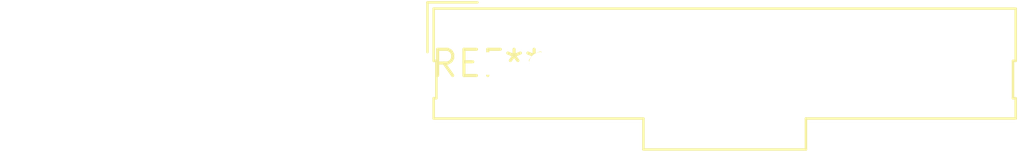
<source format=kicad_pcb>
(kicad_pcb (version 20240108) (generator pcbnew)
  (layers (0 "F.Cu" signal) (31 "B.Cu" signal) (34 "B.Paste" user) (35 "F.Paste" user) (36 "B.SilkS" user "B.Silkscreen") (37 "F.SilkS" user "F.Silkscreen") (38 "B.Mask" user) (39 "F.Mask" user) (44 "Edge.Cuts" user))
  (net 0 "")
  (footprint "Molex_SL_171971-0010_1x10_P2.54mm_Vertical" (layer "F.Cu") (at 0 0)
    (property "Reference" "REF**")
    (property "Value" "Molex_SL_171971-0010_1x10_P2.54mm_Vertical")
    (fp_line (start -2.91 -2.96) (end -0.5 -2.96) (layer "F.SilkS") (stroke (width 0.12)))
    (fp_line (start -2.91 -0.55) (end -2.91 -2.96) (layer "F.SilkS") (stroke (width 0.12)))
    (fp_line (start -2.61 -2.66) (end -2.61 -0.13) (layer "F.SilkS") (stroke (width 0.12)))
    (fp_line (start -2.61 -0.13) (end -2.48 -0.13) (layer "F.SilkS") (stroke (width 0.12)))
    (fp_line (start -2.61 1.68) (end -2.61 2.66) (layer "F.SilkS") (stroke (width 0.12)))
    (fp_line (start -2.61 2.66) (end 7.51 2.66) (layer "F.SilkS") (stroke (width 0.12)))
    (fp_line (start -2.48 -0.13) (end -2.48 1.68) (layer "F.SilkS") (stroke (width 0.12)))
    (fp_line (start -2.48 1.68) (end -2.61 1.68) (layer "F.SilkS") (stroke (width 0.12)))
    (fp_line (start 7.51 2.66) (end 7.51 4.16) (layer "F.SilkS") (stroke (width 0.12)))
    (fp_line (start 7.51 4.16) (end 15.35 4.16) (layer "F.SilkS") (stroke (width 0.12)))
    (fp_line (start 15.35 2.66) (end 25.47 2.66) (layer "F.SilkS") (stroke (width 0.12)))
    (fp_line (start 15.35 4.16) (end 15.35 2.66) (layer "F.SilkS") (stroke (width 0.12)))
    (fp_line (start 25.34 -0.13) (end 25.47 -0.13) (layer "F.SilkS") (stroke (width 0.12)))
    (fp_line (start 25.34 1.68) (end 25.34 -0.13) (layer "F.SilkS") (stroke (width 0.12)))
    (fp_line (start 25.47 -2.66) (end -2.61 -2.66) (layer "F.SilkS") (stroke (width 0.12)))
    (fp_line (start 25.47 -0.13) (end 25.47 -2.66) (layer "F.SilkS") (stroke (width 0.12)))
    (fp_line (start 25.47 1.68) (end 25.34 1.68) (layer "F.SilkS") (stroke (width 0.12)))
    (fp_line (start 25.47 2.66) (end 25.47 1.68) (layer "F.SilkS") (stroke (width 0.12)))
    (pad "1" thru_hole roundrect (at 0 0) (size 1.74 1.74) (drill 1.09) (layers *.Cu *.Mask) (remove_unused_layers) (roundrect_rratio 0.143678))
    (pad "2" thru_hole circle (at 2.54 0) (size 1.74 1.74) (drill 1.09) (layers *.Cu *.Mask) (remove_unused_layers))
    (pad "3" thru_hole circle (at 5.08 0) (size 1.74 1.74) (drill 1.09) (layers *.Cu *.Mask) (remove_unused_layers))
    (pad "4" thru_hole circle (at 7.62 0) (size 1.74 1.74) (drill 1.09) (layers *.Cu *.Mask) (remove_unused_layers))
    (pad "5" thru_hole circle (at 10.16 0) (size 1.74 1.74) (drill 1.09) (layers *.Cu *.Mask) (remove_unused_layers))
    (pad "6" thru_hole circle (at 12.7 0) (size 1.74 1.74) (drill 1.09) (layers *.Cu *.Mask) (remove_unused_layers))
    (pad "7" thru_hole circle (at 15.24 0) (size 1.74 1.74) (drill 1.09) (layers *.Cu *.Mask) (remove_unused_layers))
    (pad "8" thru_hole circle (at 17.78 0) (size 1.74 1.74) (drill 1.09) (layers *.Cu *.Mask) (remove_unused_layers))
    (pad "9" thru_hole circle (at 20.32 0) (size 1.74 1.74) (drill 1.09) (layers *.Cu *.Mask) (remove_unused_layers))
    (pad "10" thru_hole circle (at 22.86 0) (size 1.74 1.74) (drill 1.09) (layers *.Cu *.Mask) (remove_unused_layers))
  )
)
</source>
